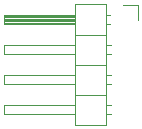
<source format=gbo>
G04 #@! TF.FileFunction,Legend,Bot*
%FSLAX46Y46*%
G04 Gerber Fmt 4.6, Leading zero omitted, Abs format (unit mm)*
G04 Created by KiCad (PCBNEW 4.0.7-e2-6376~60~ubuntu17.10.1) date Thu Dec 28 20:23:01 2017*
%MOMM*%
%LPD*%
G01*
G04 APERTURE LIST*
%ADD10C,0.100000*%
%ADD11C,0.120000*%
G04 APERTURE END LIST*
D10*
D11*
X171788000Y-100778000D02*
X171788000Y-111058000D01*
X171788000Y-111058000D02*
X169128000Y-111058000D01*
X169128000Y-111058000D02*
X169128000Y-100778000D01*
X169128000Y-100778000D02*
X171788000Y-100778000D01*
X169128000Y-101728000D02*
X163128000Y-101728000D01*
X163128000Y-101728000D02*
X163128000Y-102488000D01*
X163128000Y-102488000D02*
X169128000Y-102488000D01*
X169128000Y-101788000D02*
X163128000Y-101788000D01*
X169128000Y-101908000D02*
X163128000Y-101908000D01*
X169128000Y-102028000D02*
X163128000Y-102028000D01*
X169128000Y-102148000D02*
X163128000Y-102148000D01*
X169128000Y-102268000D02*
X163128000Y-102268000D01*
X169128000Y-102388000D02*
X163128000Y-102388000D01*
X172118000Y-101728000D02*
X171788000Y-101728000D01*
X172118000Y-102488000D02*
X171788000Y-102488000D01*
X171788000Y-103378000D02*
X169128000Y-103378000D01*
X169128000Y-104268000D02*
X163128000Y-104268000D01*
X163128000Y-104268000D02*
X163128000Y-105028000D01*
X163128000Y-105028000D02*
X169128000Y-105028000D01*
X172185071Y-104268000D02*
X171788000Y-104268000D01*
X172185071Y-105028000D02*
X171788000Y-105028000D01*
X171788000Y-105918000D02*
X169128000Y-105918000D01*
X169128000Y-106808000D02*
X163128000Y-106808000D01*
X163128000Y-106808000D02*
X163128000Y-107568000D01*
X163128000Y-107568000D02*
X169128000Y-107568000D01*
X172185071Y-106808000D02*
X171788000Y-106808000D01*
X172185071Y-107568000D02*
X171788000Y-107568000D01*
X171788000Y-108458000D02*
X169128000Y-108458000D01*
X169128000Y-109348000D02*
X163128000Y-109348000D01*
X163128000Y-109348000D02*
X163128000Y-110108000D01*
X163128000Y-110108000D02*
X169128000Y-110108000D01*
X172185071Y-109348000D02*
X171788000Y-109348000D01*
X172185071Y-110108000D02*
X171788000Y-110108000D01*
X174498000Y-102108000D02*
X174498000Y-100838000D01*
X174498000Y-100838000D02*
X173228000Y-100838000D01*
M02*

</source>
